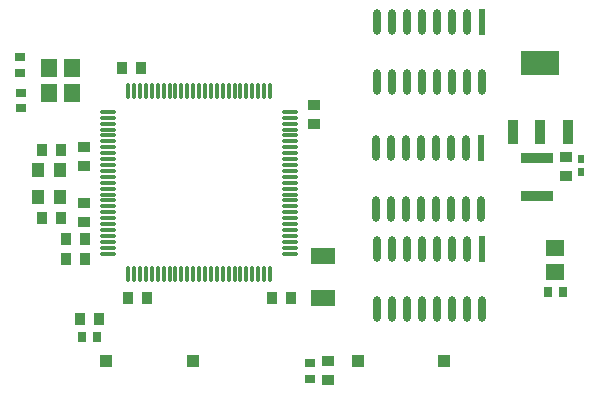
<source format=gtp>
G04*
G04 #@! TF.GenerationSoftware,Altium Limited,Altium Designer,24.6.1 (21)*
G04*
G04 Layer_Color=8421504*
%FSLAX44Y44*%
%MOMM*%
G71*
G04*
G04 #@! TF.SameCoordinates,378F9F08-6654-43F8-BCBF-B2BEE8DC63DC*
G04*
G04*
G04 #@! TF.FilePolarity,Positive*
G04*
G01*
G75*
%ADD16R,1.0500X0.9000*%
%ADD17R,0.9500X0.8000*%
%ADD18R,1.1000X1.0000*%
%ADD19O,1.4500X0.3000*%
%ADD20O,0.3000X1.4500*%
%ADD21R,1.0500X1.3000*%
%ADD22R,0.9000X1.0500*%
%ADD23R,0.6080X2.2044*%
G04:AMPARAMS|DCode=24|XSize=2.2044mm|YSize=0.608mm|CornerRadius=0.304mm|HoleSize=0mm|Usage=FLASHONLY|Rotation=270.000|XOffset=0mm|YOffset=0mm|HoleType=Round|Shape=RoundedRectangle|*
%AMROUNDEDRECTD24*
21,1,2.2044,0.0000,0,0,270.0*
21,1,1.5965,0.6080,0,0,270.0*
1,1,0.6080,0.0000,-0.7982*
1,1,0.6080,0.0000,0.7982*
1,1,0.6080,0.0000,0.7982*
1,1,0.6080,0.0000,-0.7982*
%
%ADD24ROUNDEDRECTD24*%
%ADD25R,0.5000X0.7000*%
%ADD26R,0.8000X0.9500*%
%ADD27R,1.5000X1.4000*%
%ADD28R,3.2500X2.1500*%
%ADD29R,0.9000X2.1500*%
%ADD30R,2.7062X0.9542*%
%ADD31R,1.4000X1.5000*%
%ADD32R,2.0000X1.4000*%
D16*
X276250Y13750D02*
D03*
Y29750D02*
D03*
X477500Y203000D02*
D03*
Y187000D02*
D03*
X264500Y246500D02*
D03*
Y230500D02*
D03*
X69500Y195500D02*
D03*
Y211500D02*
D03*
Y164000D02*
D03*
Y148000D02*
D03*
D17*
X261250Y28000D02*
D03*
Y15000D02*
D03*
X15250Y274250D02*
D03*
Y287250D02*
D03*
X16250Y257000D02*
D03*
Y244000D02*
D03*
D18*
X374500Y30000D02*
D03*
X301500D02*
D03*
X161500D02*
D03*
X88500D02*
D03*
D19*
X89750Y141000D02*
D03*
Y151000D02*
D03*
Y146000D02*
D03*
Y126000D02*
D03*
Y121000D02*
D03*
Y136000D02*
D03*
Y131000D02*
D03*
Y166000D02*
D03*
Y176000D02*
D03*
Y171000D02*
D03*
Y161000D02*
D03*
Y156000D02*
D03*
Y201000D02*
D03*
Y211000D02*
D03*
Y206000D02*
D03*
Y186000D02*
D03*
Y181000D02*
D03*
Y196000D02*
D03*
Y191000D02*
D03*
Y231000D02*
D03*
Y241000D02*
D03*
Y236000D02*
D03*
Y221000D02*
D03*
Y216000D02*
D03*
Y226000D02*
D03*
X244250Y141000D02*
D03*
Y151000D02*
D03*
Y146000D02*
D03*
Y126000D02*
D03*
Y121000D02*
D03*
Y136000D02*
D03*
Y131000D02*
D03*
Y176000D02*
D03*
Y161000D02*
D03*
Y156000D02*
D03*
Y171000D02*
D03*
Y166000D02*
D03*
Y201000D02*
D03*
Y211000D02*
D03*
Y206000D02*
D03*
Y186000D02*
D03*
Y181000D02*
D03*
Y196000D02*
D03*
Y191000D02*
D03*
Y241000D02*
D03*
Y236000D02*
D03*
Y221000D02*
D03*
Y216000D02*
D03*
Y231000D02*
D03*
Y226000D02*
D03*
D20*
X137000Y103750D02*
D03*
X127000D02*
D03*
X132000D02*
D03*
X152000D02*
D03*
X157000D02*
D03*
X142000D02*
D03*
X147000D02*
D03*
X117000D02*
D03*
X122000D02*
D03*
X107000D02*
D03*
X112000D02*
D03*
X157000Y258250D02*
D03*
X147000D02*
D03*
X152000D02*
D03*
X117000D02*
D03*
X122000D02*
D03*
X107000D02*
D03*
X112000D02*
D03*
X137000D02*
D03*
X142000D02*
D03*
X127000D02*
D03*
X132000D02*
D03*
X207000Y103750D02*
D03*
X197000D02*
D03*
X202000D02*
D03*
X222000D02*
D03*
X227000D02*
D03*
X212000D02*
D03*
X217000D02*
D03*
X172000D02*
D03*
X162000D02*
D03*
X167000D02*
D03*
X187000D02*
D03*
X192000D02*
D03*
X177000D02*
D03*
X182000D02*
D03*
X197000Y258250D02*
D03*
X212000D02*
D03*
X217000D02*
D03*
X202000D02*
D03*
X207000D02*
D03*
X172000D02*
D03*
X162000D02*
D03*
X167000D02*
D03*
X187000D02*
D03*
X192000D02*
D03*
X177000D02*
D03*
X182000D02*
D03*
X222000D02*
D03*
X227000D02*
D03*
D21*
X31000Y168500D02*
D03*
Y191500D02*
D03*
X49500D02*
D03*
Y168500D02*
D03*
D22*
X82000Y66000D02*
D03*
X66000D02*
D03*
X229000Y83500D02*
D03*
X245000D02*
D03*
X122500D02*
D03*
X106500D02*
D03*
X50000Y151000D02*
D03*
X34000D02*
D03*
X34000Y208500D02*
D03*
X50000D02*
D03*
X70000Y133500D02*
D03*
X54000D02*
D03*
X70000Y116000D02*
D03*
X54000D02*
D03*
X101500Y278500D02*
D03*
X117500D02*
D03*
D23*
X406700Y317009D02*
D03*
X406200Y125259D02*
D03*
X405950Y210009D02*
D03*
D24*
X394000Y317009D02*
D03*
X368600D02*
D03*
X381300D02*
D03*
X355900D02*
D03*
X381300Y265991D02*
D03*
X406700D02*
D03*
X394000D02*
D03*
X343200D02*
D03*
X368600D02*
D03*
X355900D02*
D03*
X330500Y317009D02*
D03*
X317800D02*
D03*
X343200D02*
D03*
X330500Y265991D02*
D03*
X317800D02*
D03*
X406200Y74241D02*
D03*
X393500D02*
D03*
X380800D02*
D03*
X368100D02*
D03*
X355400D02*
D03*
X342700D02*
D03*
X330000D02*
D03*
X317300D02*
D03*
Y125259D02*
D03*
X330000D02*
D03*
X342700D02*
D03*
X355400D02*
D03*
X368100D02*
D03*
X380800D02*
D03*
X393500D02*
D03*
X405950Y158991D02*
D03*
X393250D02*
D03*
X380550D02*
D03*
X367850D02*
D03*
X355150D02*
D03*
X342450D02*
D03*
X329750D02*
D03*
X317050D02*
D03*
Y210009D02*
D03*
X329750D02*
D03*
X342450D02*
D03*
X355150D02*
D03*
X367850D02*
D03*
X380550D02*
D03*
X393250D02*
D03*
D25*
X490250Y189750D02*
D03*
Y200750D02*
D03*
D26*
X462500Y88500D02*
D03*
X475500D02*
D03*
X80554Y50750D02*
D03*
X67554D02*
D03*
D27*
X468750Y125500D02*
D03*
Y105500D02*
D03*
D28*
X456000Y282250D02*
D03*
D29*
X479000Y223750D02*
D03*
X456000D02*
D03*
X433000D02*
D03*
D30*
X452750Y169500D02*
D03*
Y202000D02*
D03*
D31*
X39750Y256750D02*
D03*
X59750D02*
D03*
X39750Y278250D02*
D03*
X59750D02*
D03*
D32*
X272000Y119000D02*
D03*
Y83000D02*
D03*
M02*

</source>
